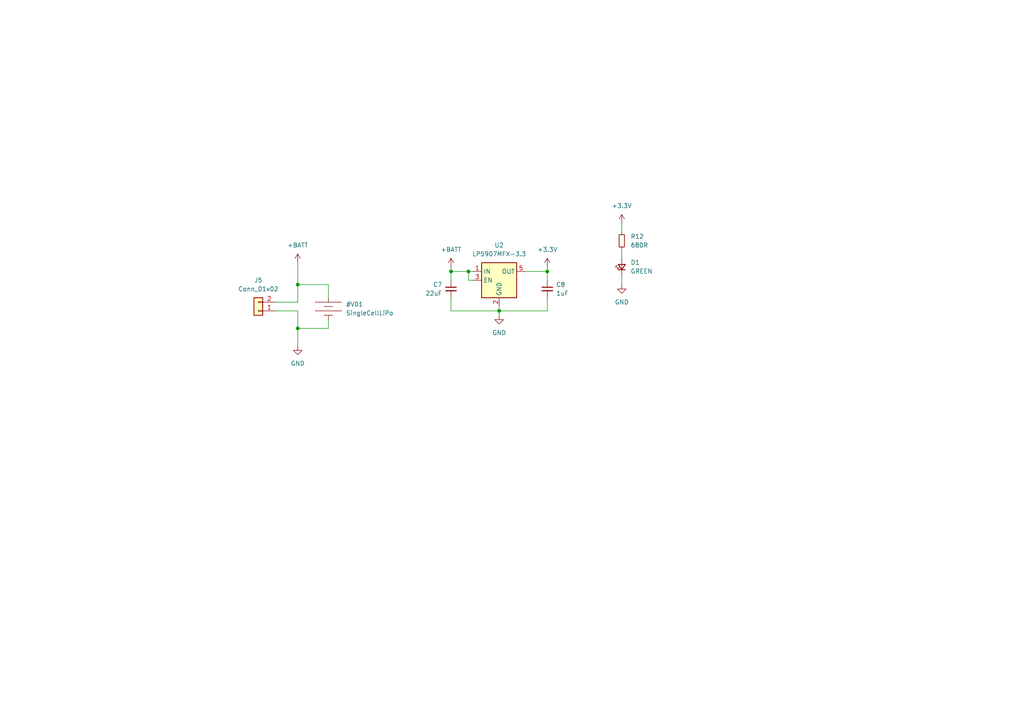
<source format=kicad_sch>
(kicad_sch (version 20230121) (generator eeschema)
  (paper "A4")
  (lib_symbols
    (symbol "Connector_Generic:Conn_01x02" (pin_names (offset 1.016) hide)
      (property "Reference" "J" (at 0 2.54 0))
      (property "Value" "Conn_01x02" (at 0 -5.08 0))
      (symbol "Conn_01x02_1_1"
        (rectangle (start -1.27 -2.413) (end 0 -2.667) (stroke (width 0.1524)))
        (rectangle (start -1.27 0.127) (end 0 -0.127) (stroke (width 0.1524)))
        (rectangle (start -1.27 1.27) (end 1.27 -3.81) (stroke (width 0.254)) (fill (type background)))
        (pin passive line (at -5.08 0 0) (length 3.81) (name "Pin_1") (number "1"))
        (pin passive line (at -5.08 -2.54 0) (length 3.81) (name "Pin_2") (number "2"))
      )
    )
    (symbol "Device:C_Small" (pin_numbers hide) (pin_names (offset 0.254) hide)
      (property "Reference" "C" (at 0.254 1.778 0))
      (property "Value" "C_Small" (at 0.254 -2.032 0))
      (symbol "C_Small_0_1"
        (polyline (pts (xy -1.524 -0.508) (xy 1.524 -0.508)) (stroke (width 0.3302)))
        (polyline (pts (xy -1.524 0.508) (xy 1.524 0.508)) (stroke (width 0.3048)))
      )
      (symbol "C_Small_1_1"
        (pin passive line (at 0 2.54 270) (length 2.032) (name "~") (number "1"))
        (pin passive line (at 0 -2.54 90) (length 2.032) (name "~") (number "2"))
      )
    )
    (symbol "Device:LED_Small" (pin_numbers hide) (pin_names (offset 0.254) hide)
      (property "Reference" "D" (at -1.27 3.175 0))
      (property "Value" "LED_Small" (at -4.445 -2.54 0))
      (symbol "LED_Small_0_1"
        (polyline (pts (xy -0.762 -1.016) (xy -0.762 1.016)) (stroke (width 0.254)))
        (polyline (pts (xy 1.016 0) (xy -0.762 0)))
        (polyline (pts (xy 0.762 -1.016) (xy -0.762 0) (xy 0.762 1.016) (xy 0.762 -1.016)) (stroke (width 0.254)))
        (polyline (pts (xy 0 0.762) (xy -0.508 1.27) (xy -0.254 1.27) (xy -0.508 1.27) (xy -0.508 1.016)))
        (polyline (pts (xy 0.508 1.27) (xy 0 1.778) (xy 0.254 1.778) (xy 0 1.778) (xy 0 1.524)))
      )
      (symbol "LED_Small_1_1"
        (pin passive line (at -2.54 0 0) (length 1.778) (name "K") (number "1"))
        (pin passive line (at 2.54 0 180) (length 1.778) (name "A") (number "2"))
      )
    )
    (symbol "Device:R_Small" (pin_numbers hide) (pin_names (offset 0.254) hide)
      (property "Reference" "R" (at 0.762 0.508 0))
      (property "Value" "R_Small" (at 0.762 -1.016 0))
      (symbol "R_Small_0_1"
        (rectangle (start -0.762 1.778) (end 0.762 -1.778) (stroke (width 0.2032)))
      )
      (symbol "R_Small_1_1"
        (pin passive line (at 0 2.54 270) (length 0.762) (name "~") (number "1"))
        (pin passive line (at 0 -2.54 90) (length 0.762) (name "~") (number "2"))
      )
    )
    (symbol "Regulator_Linear:LP5907MFX-3.3"
      (property "Reference" "U" (at -3.81 6.35 0))
      (property "Value" "LP5907MFX-3.3" (at 6.35 6.35 0))
      (symbol "LP5907MFX-3.3_0_1"
        (rectangle (start -5.08 -5.08) (end 5.08 5.08) (stroke (width 0.254)) (fill (type background)))
        (pin power_in line (at -7.62 2.54 0) (length 2.54) (name "IN") (number "1"))
        (pin power_in line (at 0 -7.62 90) (length 2.54) (name "GND") (number "2"))
        (pin input line (at -7.62 0 0) (length 2.54) (name "EN") (number "3"))
        (pin no_connect line (at 5.08 0 180) (length 2.54) hide (name "NC") (number "4"))
        (pin power_out line (at 7.62 2.54 180) (length 2.54) (name "OUT") (number "5"))
      )
    )
    (symbol "minimouse:SingleCellLiPo" (power) (pin_numbers hide) (pin_names hide) (in_bom no) (on_board no)
      (property "Reference" "V" (at 1.8796 0.3048 0))
      (property "Value" "SingleCellLiPo" (at -11.43 1.27 0))
      (symbol "SingleCellLiPo_0_1"
        (polyline (pts (xy -3.81 0) (xy 3.81 0)))
        (polyline (pts (xy -3.81 2.54) (xy 3.81 2.54)))
        (polyline (pts (xy -1.27 -1.27) (xy 1.27 -1.27)))
        (polyline (pts (xy -1.27 1.27) (xy 1.27 1.27)))
      )
      (symbol "SingleCellLiPo_1_1"
        (pin power_out line (at 0 -2.54 90) (length 1.27) (name "+") (number ""))
        (pin power_out line (at 0 3.81 270) (length 1.27) (name "+") (number ""))
      )
    )
    (symbol "power:+3.3V" (power) (pin_names (offset 0))
      (property "Value" "+3.3V" (at 0 3.556 0))
      (symbol "+3.3V_0_1"
        (polyline (pts (xy -0.762 1.27) (xy 0 2.54)))
        (polyline (pts (xy 0 0) (xy 0 2.54)))
        (polyline (pts (xy 0 2.54) (xy 0.762 1.27)))
      )
      (symbol "+3.3V_1_1"
        (pin power_in line (at 0 0 90) (length 0) hide (name "+3.3V") (number "1"))
      )
    )
    (symbol "power:+BATT" (power) (pin_names (offset 0))
      (property "Value" "+BATT" (at 0 3.556 0))
      (symbol "+BATT_0_1"
        (polyline (pts (xy -0.762 1.27) (xy 0 2.54)))
        (polyline (pts (xy 0 0) (xy 0 2.54)))
        (polyline (pts (xy 0 2.54) (xy 0.762 1.27)))
      )
      (symbol "+BATT_1_1"
        (pin power_in line (at 0 0 90) (length 0) hide (name "+BATT") (number "1"))
      )
    )
    (symbol "power:GND" (power) (pin_names (offset 0))
      (property "Value" "GND" (at 0 -3.81 0))
      (symbol "GND_0_1"
        (polyline (pts (xy 0 0) (xy 0 -1.27) (xy 1.27 -1.27) (xy 0 -2.54) (xy -1.27 -1.27) (xy 0 -1.27)))
      )
      (symbol "GND_1_1"
        (pin power_in line (at 0 0 270) (length 0) hide (name "GND") (number "1"))
      )
    )
  )
  (junction (at 86.36 82.55))
  (junction (at 130.81 78.74))
  (junction (at 144.78 90.17))
  (junction (at 158.75 78.74))
  (junction (at 86.36 95.25))
  (junction (at 135.89 78.74))
  (wire (pts (xy 86.36 90.17) (xy 86.36 95.25)))
  (wire (pts (xy 158.75 81.28) (xy 158.75 78.74)))
  (wire (pts (xy 130.81 86.36) (xy 130.81 90.17)))
  (wire (pts (xy 130.81 90.17) (xy 144.78 90.17)))
  (wire (pts (xy 135.89 81.28) (xy 135.89 78.74)))
  (wire (pts (xy 144.78 91.44) (xy 144.78 90.17)))
  (wire (pts (xy 95.25 82.55) (xy 86.36 82.55)))
  (wire (pts (xy 86.36 76.2) (xy 86.36 82.55)))
  (wire (pts (xy 95.25 86.36) (xy 95.25 82.55)))
  (wire (pts (xy 158.75 77.47) (xy 158.75 78.74)))
  (wire (pts (xy 130.81 77.47) (xy 130.81 78.74)))
  (wire (pts (xy 158.75 86.36) (xy 158.75 90.17)))
  (wire (pts (xy 180.34 82.55) (xy 180.34 80.01)))
  (wire (pts (xy 158.75 90.17) (xy 144.78 90.17)))
  (wire (pts (xy 95.25 92.71) (xy 95.25 95.25)))
  (wire (pts (xy 130.81 81.28) (xy 130.81 78.74)))
  (wire (pts (xy 180.34 74.93) (xy 180.34 72.39)))
  (wire (pts (xy 130.81 78.74) (xy 135.89 78.74)))
  (wire (pts (xy 80.01 87.63) (xy 86.36 87.63)))
  (wire (pts (xy 152.4 78.74) (xy 158.75 78.74)))
  (wire (pts (xy 180.34 67.31) (xy 180.34 64.77)))
  (wire (pts (xy 86.36 95.25) (xy 86.36 100.33)))
  (wire (pts (xy 95.25 95.25) (xy 86.36 95.25)))
  (wire (pts (xy 86.36 82.55) (xy 86.36 87.63)))
  (wire (pts (xy 137.16 81.28) (xy 135.89 81.28)))
  (wire (pts (xy 135.89 78.74) (xy 137.16 78.74)))
  (wire (pts (xy 144.78 90.17) (xy 144.78 88.9)))
  (wire (pts (xy 80.01 90.17) (xy 86.36 90.17)))
  (symbol (lib_id "power:+BATT") (at 86.36 76.2 0) (unit 1)
    (property "Reference" "#PWR036" (effects hide))
    (property "Value" "+BATT" (at 86.36 71.12 0))
  )
  (symbol (lib_id "minimouse:SingleCellLiPo") (at 95.25 90.17 0) (unit 1) (in_bom no) (on_board no)
    (property "Reference" "#V01" (at 100.33 88.265 0) (effects (justify left)))
    (property "Value" "SingleCellLiPo" (at 100.33 90.805 0) (effects (justify left)))
  )
  (symbol (lib_id "Device:LED_Small") (at 180.34 77.47 90) (unit 1)
    (property "Reference" "D1" (at 182.88 76.1365 90) (effects (justify right)))
    (property "Value" "GREEN" (at 182.88 78.6765 90) (effects (justify right)))
  )
  (symbol (lib_id "Device:C_Small") (at 130.81 83.82 0) (unit 1)
    (property "Reference" "C7" (at 128.27 82.55 0) (effects (justify right)))
    (property "Value" "22uF" (at 128.27 85.09 0) (effects (justify right)))
  )
  (symbol (lib_id "Device:C_Small") (at 158.75 83.82 0) (mirror y) (unit 1)
    (property "Reference" "C8" (at 161.29 82.55 0) (effects (justify right)))
    (property "Value" "1uF" (at 161.29 85.09 0) (effects (justify right)))
  )
  (symbol (lib_id "power:+3.3V") (at 180.34 64.77 0) (unit 1)
    (property "Reference" "#PWR01" (effects hide))
    (property "Value" "+3.3V" (at 180.34 59.69 0))
    (instances (project "minimouse" (path "" (reference "#PWR01") (unit 1)) (path "" (reference "#PWR018") (unit 1))))
  )
  (symbol (lib_id "Device:R_Small") (at 180.34 69.85 0) (unit 1)
    (property "Reference" "R12" (at 182.88 68.58 0) (effects (justify left)))
    (property "Value" "680R" (at 182.88 71.12 0) (effects (justify left)))
  )
  (symbol (lib_id "power:GND") (at 180.34 82.55 0) (unit 1)
    (property "Reference" "#PWR019" (effects hide))
    (property "Value" "GND" (at 180.34 87.63 0))
  )
  (symbol (lib_id "power:+BATT") (at 130.81 77.47 0) (unit 1)
    (property "Reference" "#PWR012" (effects hide))
    (property "Value" "+BATT" (at 130.81 72.39 0))
  )
  (symbol (lib_id "Regulator_Linear:LP5907MFX-3.3") (at 144.78 81.28 0) (unit 1)
    (property "Reference" "U2" (at 144.78 71.12 0))
    (property "Value" "LP5907MFX-3.3" (at 144.78 73.66 0))
    (property "Footprint" "Package_TO_SOT_SMD:SOT-23-5" (effects hide))
    (property "Datasheet" "http://www.ti.com/lit/ds/symlink/lp5907.pdf" (effects hide))
  )
  (symbol (lib_id "Connector_Generic:Conn_01x02") (at 74.93 90.17 180) (unit 1)
    (property "Reference" "J5" (at 74.93 81.28 0))
    (property "Value" "Conn_01x02" (at 74.93 83.82 0))
    (property "Footprint" "Connector_PinHeader_2.54mm:PinHeader_1x02_P2.54mm_Vertical" (effects hide))
  )
  (symbol (lib_id "power:GND") (at 144.78 91.44 0) (unit 1)
    (property "Reference" "#PWR010" (effects hide))
    (property "Value" "GND" (at 144.78 96.52 0))
  )
  (symbol (lib_id "power:GND") (at 86.36 100.33 0) (unit 1)
    (property "Reference" "#PWR037" (effects hide))
    (property "Value" "GND" (at 86.36 105.41 0))
  )
  (symbol (lib_id "power:+3.3V") (at 158.75 77.47 0) (unit 1)
    (property "Reference" "#PWR01" (effects hide))
    (property "Value" "+3.3V" (at 158.75 72.39 0))
    (instances (project "minimouse" (path "" (reference "#PWR01") (unit 1)) (path "" (reference "#PWR011") (unit 1))))
  )
)
</source>
